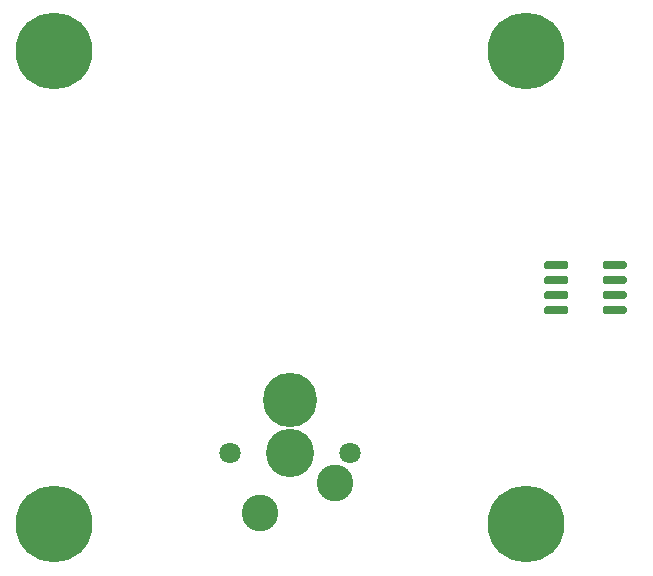
<source format=gts>
%TF.GenerationSoftware,KiCad,Pcbnew,(5.1.6)-1*%
%TF.CreationDate,2021-12-22T23:27:45-05:00*%
%TF.ProjectId,base,62617365-2e6b-4696-9361-645f70636258,rev?*%
%TF.SameCoordinates,Original*%
%TF.FileFunction,Soldermask,Top*%
%TF.FilePolarity,Negative*%
%FSLAX46Y46*%
G04 Gerber Fmt 4.6, Leading zero omitted, Abs format (unit mm)*
G04 Created by KiCad (PCBNEW (5.1.6)-1) date 2021-12-22 23:27:45*
%MOMM*%
%LPD*%
G01*
G04 APERTURE LIST*
%ADD10C,4.600000*%
%ADD11C,3.100000*%
%ADD12C,4.087800*%
%ADD13C,1.801800*%
%ADD14C,0.900000*%
%ADD15C,6.500000*%
G04 APERTURE END LIST*
D10*
%TO.C,SW2*%
X142000000Y-105500000D03*
D11*
X139460000Y-115080000D03*
X145810000Y-112540000D03*
D12*
X142000000Y-110000000D03*
D13*
X136920000Y-110000000D03*
X147080000Y-110000000D03*
%TD*%
%TO.C,U3*%
G36*
G01*
X168450000Y-94270000D02*
X168450000Y-93920000D01*
G75*
G02*
X168625000Y-93745000I175000J0D01*
G01*
X170325000Y-93745000D01*
G75*
G02*
X170500000Y-93920000I0J-175000D01*
G01*
X170500000Y-94270000D01*
G75*
G02*
X170325000Y-94445000I-175000J0D01*
G01*
X168625000Y-94445000D01*
G75*
G02*
X168450000Y-94270000I0J175000D01*
G01*
G37*
G36*
G01*
X168450000Y-95540000D02*
X168450000Y-95190000D01*
G75*
G02*
X168625000Y-95015000I175000J0D01*
G01*
X170325000Y-95015000D01*
G75*
G02*
X170500000Y-95190000I0J-175000D01*
G01*
X170500000Y-95540000D01*
G75*
G02*
X170325000Y-95715000I-175000J0D01*
G01*
X168625000Y-95715000D01*
G75*
G02*
X168450000Y-95540000I0J175000D01*
G01*
G37*
G36*
G01*
X168450000Y-96810000D02*
X168450000Y-96460000D01*
G75*
G02*
X168625000Y-96285000I175000J0D01*
G01*
X170325000Y-96285000D01*
G75*
G02*
X170500000Y-96460000I0J-175000D01*
G01*
X170500000Y-96810000D01*
G75*
G02*
X170325000Y-96985000I-175000J0D01*
G01*
X168625000Y-96985000D01*
G75*
G02*
X168450000Y-96810000I0J175000D01*
G01*
G37*
G36*
G01*
X168450000Y-98080000D02*
X168450000Y-97730000D01*
G75*
G02*
X168625000Y-97555000I175000J0D01*
G01*
X170325000Y-97555000D01*
G75*
G02*
X170500000Y-97730000I0J-175000D01*
G01*
X170500000Y-98080000D01*
G75*
G02*
X170325000Y-98255000I-175000J0D01*
G01*
X168625000Y-98255000D01*
G75*
G02*
X168450000Y-98080000I0J175000D01*
G01*
G37*
G36*
G01*
X163500000Y-98080000D02*
X163500000Y-97730000D01*
G75*
G02*
X163675000Y-97555000I175000J0D01*
G01*
X165375000Y-97555000D01*
G75*
G02*
X165550000Y-97730000I0J-175000D01*
G01*
X165550000Y-98080000D01*
G75*
G02*
X165375000Y-98255000I-175000J0D01*
G01*
X163675000Y-98255000D01*
G75*
G02*
X163500000Y-98080000I0J175000D01*
G01*
G37*
G36*
G01*
X163500000Y-96810000D02*
X163500000Y-96460000D01*
G75*
G02*
X163675000Y-96285000I175000J0D01*
G01*
X165375000Y-96285000D01*
G75*
G02*
X165550000Y-96460000I0J-175000D01*
G01*
X165550000Y-96810000D01*
G75*
G02*
X165375000Y-96985000I-175000J0D01*
G01*
X163675000Y-96985000D01*
G75*
G02*
X163500000Y-96810000I0J175000D01*
G01*
G37*
G36*
G01*
X163500000Y-95540000D02*
X163500000Y-95190000D01*
G75*
G02*
X163675000Y-95015000I175000J0D01*
G01*
X165375000Y-95015000D01*
G75*
G02*
X165550000Y-95190000I0J-175000D01*
G01*
X165550000Y-95540000D01*
G75*
G02*
X165375000Y-95715000I-175000J0D01*
G01*
X163675000Y-95715000D01*
G75*
G02*
X163500000Y-95540000I0J175000D01*
G01*
G37*
G36*
G01*
X163500000Y-94270000D02*
X163500000Y-93920000D01*
G75*
G02*
X163675000Y-93745000I175000J0D01*
G01*
X165375000Y-93745000D01*
G75*
G02*
X165550000Y-93920000I0J-175000D01*
G01*
X165550000Y-94270000D01*
G75*
G02*
X165375000Y-94445000I-175000J0D01*
G01*
X163675000Y-94445000D01*
G75*
G02*
X163500000Y-94270000I0J175000D01*
G01*
G37*
%TD*%
D14*
%TO.C,H4*%
X163697056Y-74302944D03*
X162000000Y-73600000D03*
X160302944Y-74302944D03*
X159600000Y-76000000D03*
X160302944Y-77697056D03*
X162000000Y-78400000D03*
X163697056Y-77697056D03*
X164400000Y-76000000D03*
D15*
X162000000Y-76000000D03*
%TD*%
D14*
%TO.C,H3*%
X163697056Y-114302944D03*
X162000000Y-113600000D03*
X160302944Y-114302944D03*
X159600000Y-116000000D03*
X160302944Y-117697056D03*
X162000000Y-118400000D03*
X163697056Y-117697056D03*
X164400000Y-116000000D03*
D15*
X162000000Y-116000000D03*
%TD*%
D14*
%TO.C,H2*%
X123697056Y-114302944D03*
X122000000Y-113600000D03*
X120302944Y-114302944D03*
X119600000Y-116000000D03*
X120302944Y-117697056D03*
X122000000Y-118400000D03*
X123697056Y-117697056D03*
X124400000Y-116000000D03*
D15*
X122000000Y-116000000D03*
%TD*%
D14*
%TO.C,H1*%
X123697056Y-74302944D03*
X122000000Y-73600000D03*
X120302944Y-74302944D03*
X119600000Y-76000000D03*
X120302944Y-77697056D03*
X122000000Y-78400000D03*
X123697056Y-77697056D03*
X124400000Y-76000000D03*
D15*
X122000000Y-76000000D03*
%TD*%
M02*

</source>
